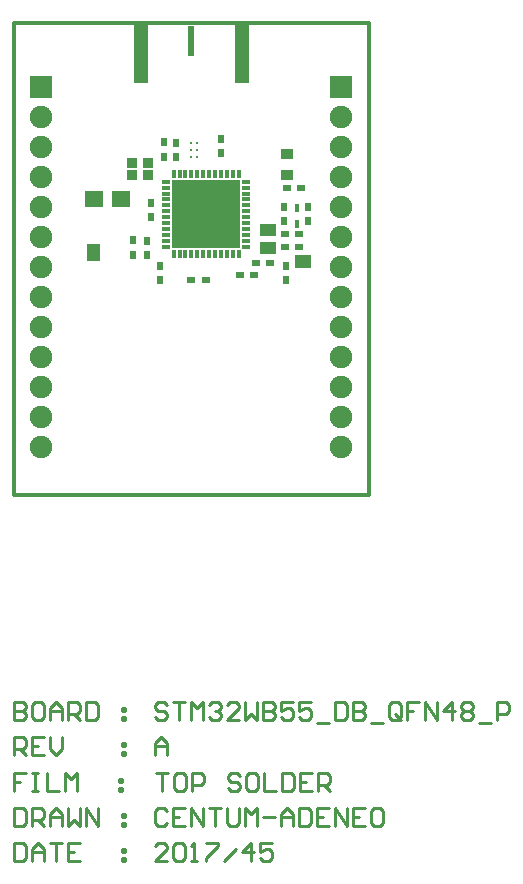
<source format=gts>
G04 Layer_Color=8388736*
%FSLAX44Y44*%
%MOMM*%
G71*
G01*
G75*
%ADD28C,0.3000*%
%ADD30C,0.2540*%
%ADD42R,0.6080X0.7350*%
%ADD43C,0.2560*%
G04:AMPARAMS|DCode=44|XSize=0.72mm|YSize=0.42mm|CornerRadius=0mm|HoleSize=0mm|Usage=FLASHONLY|Rotation=270.000|XOffset=0mm|YOffset=0mm|HoleType=Round|Shape=Octagon|*
%AMOCTAGOND44*
4,1,8,-0.1050,-0.3600,0.1050,-0.3600,0.2100,-0.2550,0.2100,0.2550,0.1050,0.3600,-0.1050,0.3600,-0.2100,0.2550,-0.2100,-0.2550,-0.1050,-0.3600,0.0*
%
%ADD44OCTAGOND44*%

%ADD45R,5.7600X5.7600*%
G04:AMPARAMS|DCode=46|XSize=0.72mm|YSize=0.42mm|CornerRadius=0mm|HoleSize=0mm|Usage=FLASHONLY|Rotation=180.000|XOffset=0mm|YOffset=0mm|HoleType=Round|Shape=Octagon|*
%AMOCTAGOND46*
4,1,8,-0.3600,0.1050,-0.3600,-0.1050,-0.2550,-0.2100,0.2550,-0.2100,0.3600,-0.1050,0.3600,0.1050,0.2550,0.2100,-0.2550,0.2100,-0.3600,0.1050,0.0*
%
%ADD46OCTAGOND46*%

%ADD47R,1.3000X5.0000*%
%ADD48R,0.6000X2.6000*%
%ADD49R,0.7350X0.6080*%
%ADD50R,1.6240X1.3700*%
%ADD51R,1.1000X0.9000*%
%ADD52R,0.9500X0.8500*%
%ADD53R,1.3500X1.1000*%
%ADD54R,0.4000X0.7500*%
%ADD55R,0.2000X0.2000*%
%ADD56C,1.9000*%
%ADD57R,1.9000X1.9000*%
G36*
X251460Y192874D02*
X237490D01*
Y203874D01*
X251460D01*
Y192874D01*
D02*
G37*
G36*
X72798Y198610D02*
X61798D01*
Y212580D01*
X72798D01*
Y198610D01*
D02*
G37*
D28*
X300000Y-0D02*
Y400000D01*
X0D02*
X300000D01*
X0Y-0D02*
Y400000D01*
Y-0D02*
X300000D01*
D30*
X120000Y-234765D02*
X130157D01*
X125078D01*
Y-250000D01*
X142853Y-234765D02*
X137774D01*
X135235Y-237304D01*
Y-247461D01*
X137774Y-250000D01*
X142853D01*
X145392Y-247461D01*
Y-237304D01*
X142853Y-234765D01*
X150470Y-250000D02*
Y-234765D01*
X158088D01*
X160627Y-237304D01*
Y-242383D01*
X158088Y-244922D01*
X150470D01*
X191097Y-237304D02*
X188558Y-234765D01*
X183479D01*
X180940Y-237304D01*
Y-239843D01*
X183479Y-242383D01*
X188558D01*
X191097Y-244922D01*
Y-247461D01*
X188558Y-250000D01*
X183479D01*
X180940Y-247461D01*
X203793Y-234765D02*
X198715D01*
X196175Y-237304D01*
Y-247461D01*
X198715Y-250000D01*
X203793D01*
X206332Y-247461D01*
Y-237304D01*
X203793Y-234765D01*
X211410D02*
Y-250000D01*
X221567D01*
X226646Y-234765D02*
Y-250000D01*
X234263D01*
X236802Y-247461D01*
Y-237304D01*
X234263Y-234765D01*
X226646D01*
X252037D02*
X241881D01*
Y-250000D01*
X252037D01*
X241881Y-242383D02*
X246959D01*
X257116Y-250000D02*
Y-234765D01*
X264733D01*
X267272Y-237304D01*
Y-242383D01*
X264733Y-244922D01*
X257116D01*
X262194D02*
X267272Y-250000D01*
X0Y-174765D02*
Y-190000D01*
X7617D01*
X10157Y-187461D01*
Y-184922D01*
X7617Y-182383D01*
X0D01*
X7617D01*
X10157Y-179843D01*
Y-177304D01*
X7617Y-174765D01*
X0D01*
X22853D02*
X17774D01*
X15235Y-177304D01*
Y-187461D01*
X17774Y-190000D01*
X22853D01*
X25392Y-187461D01*
Y-177304D01*
X22853Y-174765D01*
X30470Y-190000D02*
Y-179843D01*
X35549Y-174765D01*
X40627Y-179843D01*
Y-190000D01*
Y-182383D01*
X30470D01*
X45705Y-190000D02*
Y-174765D01*
X53323D01*
X55862Y-177304D01*
Y-182383D01*
X53323Y-184922D01*
X45705D01*
X50784D02*
X55862Y-190000D01*
X60940Y-174765D02*
Y-190000D01*
X68558D01*
X71097Y-187461D01*
Y-177304D01*
X68558Y-174765D01*
X60940D01*
X91410Y-179843D02*
X93950D01*
Y-182383D01*
X91410D01*
Y-179843D01*
Y-187461D02*
X93950D01*
Y-190000D01*
X91410D01*
Y-187461D01*
X129498Y-177304D02*
X126959Y-174765D01*
X121881D01*
X119341Y-177304D01*
Y-179843D01*
X121881Y-182383D01*
X126959D01*
X129498Y-184922D01*
Y-187461D01*
X126959Y-190000D01*
X121881D01*
X119341Y-187461D01*
X134577Y-174765D02*
X144733D01*
X139655D01*
Y-190000D01*
X149811D02*
Y-174765D01*
X154890Y-179843D01*
X159968Y-174765D01*
Y-190000D01*
X165047Y-177304D02*
X167586Y-174765D01*
X172664D01*
X175203Y-177304D01*
Y-179843D01*
X172664Y-182383D01*
X170125D01*
X172664D01*
X175203Y-184922D01*
Y-187461D01*
X172664Y-190000D01*
X167586D01*
X165047Y-187461D01*
X190438Y-190000D02*
X180282D01*
X190438Y-179843D01*
Y-177304D01*
X187899Y-174765D01*
X182821D01*
X180282Y-177304D01*
X195517Y-174765D02*
Y-190000D01*
X200595Y-184922D01*
X205674Y-190000D01*
Y-174765D01*
X210752D02*
Y-190000D01*
X218369D01*
X220909Y-187461D01*
Y-184922D01*
X218369Y-182383D01*
X210752D01*
X218369D01*
X220909Y-179843D01*
Y-177304D01*
X218369Y-174765D01*
X210752D01*
X236144D02*
X225987D01*
Y-182383D01*
X231065Y-179843D01*
X233604D01*
X236144Y-182383D01*
Y-187461D01*
X233604Y-190000D01*
X228526D01*
X225987Y-187461D01*
X251379Y-174765D02*
X241222D01*
Y-182383D01*
X246300Y-179843D01*
X248839D01*
X251379Y-182383D01*
Y-187461D01*
X248839Y-190000D01*
X243761D01*
X241222Y-187461D01*
X256457Y-192539D02*
X266614D01*
X271692Y-174765D02*
Y-190000D01*
X279310D01*
X281849Y-187461D01*
Y-177304D01*
X279310Y-174765D01*
X271692D01*
X286927D02*
Y-190000D01*
X294545D01*
X297084Y-187461D01*
Y-184922D01*
X294545Y-182383D01*
X286927D01*
X294545D01*
X297084Y-179843D01*
Y-177304D01*
X294545Y-174765D01*
X286927D01*
X302162Y-192539D02*
X312319D01*
X327554Y-187461D02*
Y-177304D01*
X325015Y-174765D01*
X319937D01*
X317397Y-177304D01*
Y-187461D01*
X319937Y-190000D01*
X325015D01*
X322476Y-184922D02*
X327554Y-190000D01*
X325015D02*
X327554Y-187461D01*
X342789Y-174765D02*
X332632D01*
Y-182383D01*
X337711D01*
X332632D01*
Y-190000D01*
X347868D02*
Y-174765D01*
X358024Y-190000D01*
Y-174765D01*
X370720Y-190000D02*
Y-174765D01*
X363103Y-182383D01*
X373259D01*
X378338Y-177304D02*
X380877Y-174765D01*
X385955D01*
X388494Y-177304D01*
Y-179843D01*
X385955Y-182383D01*
X388494Y-184922D01*
Y-187461D01*
X385955Y-190000D01*
X380877D01*
X378338Y-187461D01*
Y-184922D01*
X380877Y-182383D01*
X378338Y-179843D01*
Y-177304D01*
X380877Y-182383D02*
X385955D01*
X393573Y-192539D02*
X403729D01*
X408808Y-190000D02*
Y-174765D01*
X416425D01*
X418965Y-177304D01*
Y-182383D01*
X416425Y-184922D01*
X408808D01*
X0Y-220000D02*
Y-204765D01*
X7617D01*
X10157Y-207304D01*
Y-212383D01*
X7617Y-214922D01*
X0D01*
X5078D02*
X10157Y-220000D01*
X25392Y-204765D02*
X15235D01*
Y-220000D01*
X25392D01*
X15235Y-212383D02*
X20313D01*
X30470Y-204765D02*
Y-214922D01*
X35549Y-220000D01*
X40627Y-214922D01*
Y-204765D01*
X91410Y-209843D02*
X93950D01*
Y-212383D01*
X91410D01*
Y-209843D01*
Y-217461D02*
X93950D01*
Y-220000D01*
X91410D01*
Y-217461D01*
X119341Y-220000D02*
Y-209843D01*
X124420Y-204765D01*
X129498Y-209843D01*
Y-220000D01*
Y-212383D01*
X119341D01*
X10157Y-234765D02*
X0D01*
Y-242383D01*
X5078D01*
X0D01*
Y-250000D01*
X15235Y-234765D02*
X20313D01*
X17774D01*
Y-250000D01*
X15235D01*
X20313D01*
X27931Y-234765D02*
Y-250000D01*
X38088D01*
X43166D02*
Y-234765D01*
X48244Y-239843D01*
X53323Y-234765D01*
Y-250000D01*
X88871Y-239843D02*
X91410D01*
Y-242383D01*
X88871D01*
Y-239843D01*
Y-247461D02*
X91410D01*
Y-250000D01*
X88871D01*
Y-247461D01*
X0Y-264765D02*
Y-280000D01*
X7617D01*
X10157Y-277461D01*
Y-267304D01*
X7617Y-264765D01*
X0D01*
X15235Y-280000D02*
Y-264765D01*
X22853D01*
X25392Y-267304D01*
Y-272383D01*
X22853Y-274922D01*
X15235D01*
X20313D02*
X25392Y-280000D01*
X30470D02*
Y-269843D01*
X35549Y-264765D01*
X40627Y-269843D01*
Y-280000D01*
Y-272383D01*
X30470D01*
X45705Y-264765D02*
Y-280000D01*
X50784Y-274922D01*
X55862Y-280000D01*
Y-264765D01*
X60940Y-280000D02*
Y-264765D01*
X71097Y-280000D01*
Y-264765D01*
X91410Y-269843D02*
X93950D01*
Y-272383D01*
X91410D01*
Y-269843D01*
Y-277461D02*
X93950D01*
Y-280000D01*
X91410D01*
Y-277461D01*
X129498Y-267304D02*
X126959Y-264765D01*
X121881D01*
X119341Y-267304D01*
Y-277461D01*
X121881Y-280000D01*
X126959D01*
X129498Y-277461D01*
X144733Y-264765D02*
X134577D01*
Y-280000D01*
X144733D01*
X134577Y-272383D02*
X139655D01*
X149811Y-280000D02*
Y-264765D01*
X159968Y-280000D01*
Y-264765D01*
X165047D02*
X175203D01*
X170125D01*
Y-280000D01*
X180282Y-264765D02*
Y-277461D01*
X182821Y-280000D01*
X187899D01*
X190438Y-277461D01*
Y-264765D01*
X195517Y-280000D02*
Y-264765D01*
X200595Y-269843D01*
X205674Y-264765D01*
Y-280000D01*
X210752Y-272383D02*
X220909D01*
X225987Y-280000D02*
Y-269843D01*
X231065Y-264765D01*
X236144Y-269843D01*
Y-280000D01*
Y-272383D01*
X225987D01*
X241222Y-264765D02*
Y-280000D01*
X248839D01*
X251379Y-277461D01*
Y-267304D01*
X248839Y-264765D01*
X241222D01*
X266614D02*
X256457D01*
Y-280000D01*
X266614D01*
X256457Y-272383D02*
X261535D01*
X271692Y-280000D02*
Y-264765D01*
X281849Y-280000D01*
Y-264765D01*
X297084D02*
X286927D01*
Y-280000D01*
X297084D01*
X286927Y-272383D02*
X292006D01*
X309780Y-264765D02*
X304701D01*
X302162Y-267304D01*
Y-277461D01*
X304701Y-280000D01*
X309780D01*
X312319Y-277461D01*
Y-267304D01*
X309780Y-264765D01*
X0Y-294765D02*
Y-310000D01*
X7617D01*
X10157Y-307461D01*
Y-297304D01*
X7617Y-294765D01*
X0D01*
X15235Y-310000D02*
Y-299843D01*
X20313Y-294765D01*
X25392Y-299843D01*
Y-310000D01*
Y-302383D01*
X15235D01*
X30470Y-294765D02*
X40627D01*
X35549D01*
Y-310000D01*
X55862Y-294765D02*
X45705D01*
Y-310000D01*
X55862D01*
X45705Y-302383D02*
X50784D01*
X91410Y-299843D02*
X93950D01*
Y-302383D01*
X91410D01*
Y-299843D01*
Y-307461D02*
X93950D01*
Y-310000D01*
X91410D01*
Y-307461D01*
X129498Y-310000D02*
X119341D01*
X129498Y-299843D01*
Y-297304D01*
X126959Y-294765D01*
X121881D01*
X119341Y-297304D01*
X134577D02*
X137116Y-294765D01*
X142194D01*
X144733Y-297304D01*
Y-307461D01*
X142194Y-310000D01*
X137116D01*
X134577Y-307461D01*
Y-297304D01*
X149811Y-310000D02*
X154890D01*
X152351D01*
Y-294765D01*
X149811Y-297304D01*
X162507Y-294765D02*
X172664D01*
Y-297304D01*
X162507Y-307461D01*
Y-310000D01*
X177743D02*
X187899Y-299843D01*
X200595Y-310000D02*
Y-294765D01*
X192978Y-302383D01*
X203134D01*
X218369Y-294765D02*
X208213D01*
Y-302383D01*
X213291Y-299843D01*
X215830D01*
X218369Y-302383D01*
Y-307461D01*
X215830Y-310000D01*
X210752D01*
X208213Y-307461D01*
D42*
X112240Y203710D02*
D03*
Y215690D02*
D03*
X229870Y182224D02*
D03*
Y194204D02*
D03*
X248920Y232516D02*
D03*
Y244496D02*
D03*
X115729Y235520D02*
D03*
Y247500D02*
D03*
X123100Y194290D02*
D03*
Y182310D02*
D03*
X174700Y290010D02*
D03*
Y301990D02*
D03*
X228092Y232262D02*
D03*
Y244242D02*
D03*
X136600Y298690D02*
D03*
Y286710D02*
D03*
X126500Y298790D02*
D03*
Y286810D02*
D03*
X100900Y215790D02*
D03*
Y203810D02*
D03*
D43*
X238760Y198374D02*
D03*
X248840D02*
D03*
X67298Y209960D02*
D03*
Y199880D02*
D03*
D44*
X140006Y203882D02*
D03*
X135006D02*
D03*
X145006D02*
D03*
X150006D02*
D03*
X155006D02*
D03*
X160006D02*
D03*
X165006D02*
D03*
X170006D02*
D03*
X180006D02*
D03*
X185006D02*
D03*
X190006D02*
D03*
X135006Y271858D02*
D03*
X140006D02*
D03*
X145006D02*
D03*
X150006D02*
D03*
X155006D02*
D03*
X160006D02*
D03*
X165006D02*
D03*
X170006D02*
D03*
X175006D02*
D03*
X180006D02*
D03*
X185006D02*
D03*
X190006D02*
D03*
X175006Y203882D02*
D03*
D45*
X162490Y237870D02*
D03*
D46*
X196474Y265478D02*
D03*
Y260478D02*
D03*
Y255478D02*
D03*
Y250478D02*
D03*
Y245478D02*
D03*
Y240478D02*
D03*
Y235478D02*
D03*
Y230478D02*
D03*
Y225478D02*
D03*
Y220478D02*
D03*
Y215478D02*
D03*
Y210407D02*
D03*
X128506Y265478D02*
D03*
Y260478D02*
D03*
Y255478D02*
D03*
Y250478D02*
D03*
Y245478D02*
D03*
Y240478D02*
D03*
Y235478D02*
D03*
Y230478D02*
D03*
Y225478D02*
D03*
Y220478D02*
D03*
Y215478D02*
D03*
Y210478D02*
D03*
D47*
X192500Y373380D02*
D03*
X107500D02*
D03*
D48*
X150000Y384810D02*
D03*
D49*
X190910Y186600D02*
D03*
X202890D02*
D03*
X231021Y259860D02*
D03*
X243000D02*
D03*
X161946Y182118D02*
D03*
X149966D02*
D03*
X229362Y221234D02*
D03*
X241341D02*
D03*
X229321Y210312D02*
D03*
X241300D02*
D03*
X216450Y196850D02*
D03*
X204470D02*
D03*
D50*
X90800Y250600D02*
D03*
X67940D02*
D03*
D51*
X231010Y270843D02*
D03*
Y288877D02*
D03*
D52*
X99394Y271050D02*
D03*
X112894D02*
D03*
Y281550D02*
D03*
X99394D02*
D03*
D53*
X214630Y224804D02*
D03*
Y209804D02*
D03*
D54*
X239014Y229724D02*
D03*
Y243224D02*
D03*
D55*
X155080Y292700D02*
D03*
Y286830D02*
D03*
Y298570D02*
D03*
X150080Y292700D02*
D03*
Y286830D02*
D03*
Y298570D02*
D03*
D56*
X277000Y244400D02*
D03*
Y320600D02*
D03*
Y295200D02*
D03*
Y269800D02*
D03*
Y219000D02*
D03*
Y193600D02*
D03*
Y168200D02*
D03*
Y142800D02*
D03*
Y117400D02*
D03*
Y92000D02*
D03*
Y66600D02*
D03*
Y41200D02*
D03*
X23000Y244400D02*
D03*
Y320600D02*
D03*
Y295200D02*
D03*
Y269800D02*
D03*
Y219000D02*
D03*
Y193600D02*
D03*
Y168200D02*
D03*
Y142800D02*
D03*
Y117400D02*
D03*
Y92000D02*
D03*
Y66600D02*
D03*
Y41200D02*
D03*
D57*
X277000Y346000D02*
D03*
X23000D02*
D03*
M02*

</source>
